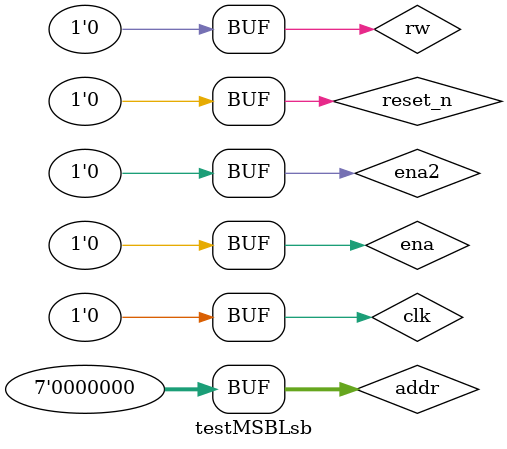
<source format=v>
`timescale 1ns / 1ps


module testMSBLsb;

	// Inputs
	reg clk;
	reg reset_n;
	reg ena;
	reg ena2;
	reg [6:0] addr;
	reg rw;

	// Outputs
	wire [7:0] data_rd;
	wire [7:0] seg;
	wire [3:0] an;

	// Bidirs
	wire sda;
	wire scl;

	// Instantiate the Unit Under Test (UUT)
	TopClock uut (
		.clk(clk), 
		.reset_n(reset_n), 
		.ena(ena), 
		.ena2(ena2), 
		.addr(addr), 
		.rw(rw), 
		.data_rd(data_rd), 
		.seg(seg), 
		.an(an), 
		.sda(sda), 
		.scl(scl)
	);

	initial begin
		// Initialize Inputs
		clk = 0;
		reset_n = 0;
		ena = 0;
		ena2 = 0;
		addr = 0;
		rw = 0;

		// Wait 100 ns for global reset to finish
		#100;
        
		// Add stimulus here

	end
      
endmodule


</source>
